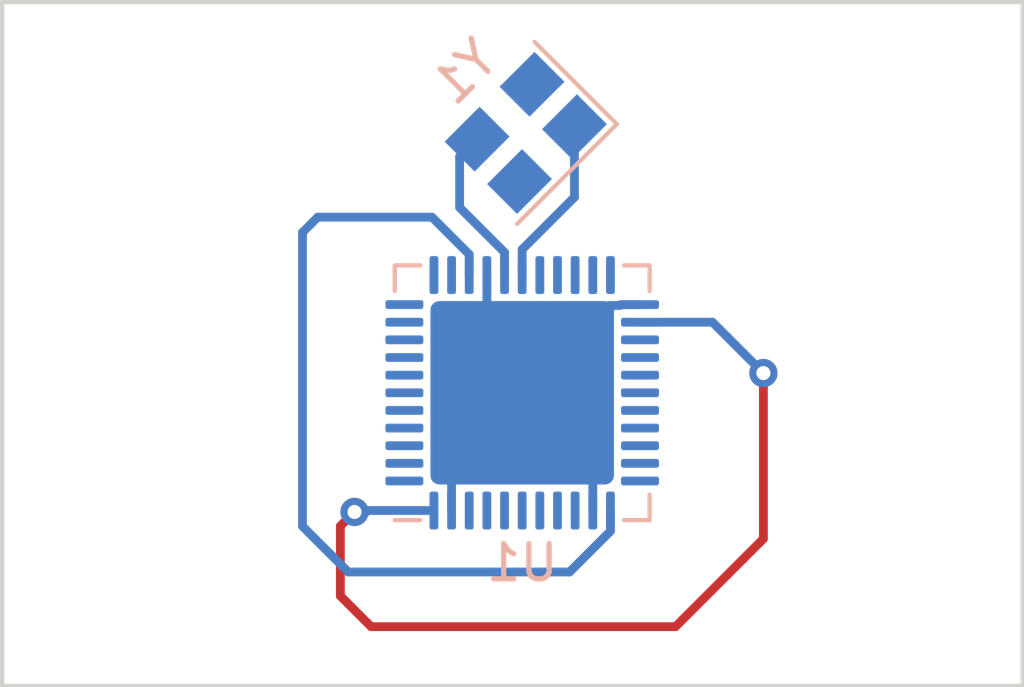
<source format=kicad_pcb>
(kicad_pcb (version 20171130) (host pcbnew "(5.1.5)-3")

  (general
    (thickness 1.6)
    (drawings 5)
    (tracks 40)
    (zones 0)
    (modules 2)
    (nets 6)
  )

  (page A4)
  (layers
    (0 F.Cu signal)
    (31 B.Cu signal)
    (32 B.Adhes user)
    (33 F.Adhes user)
    (34 B.Paste user)
    (35 F.Paste user)
    (36 B.SilkS user)
    (37 F.SilkS user)
    (38 B.Mask user)
    (39 F.Mask user)
    (40 Dwgs.User user)
    (41 Cmts.User user)
    (42 Eco1.User user)
    (43 Eco2.User user)
    (44 Edge.Cuts user)
    (45 Margin user)
    (46 B.CrtYd user)
    (47 F.CrtYd user)
    (48 B.Fab user)
    (49 F.Fab user)
  )

  (setup
    (last_trace_width 0.25)
    (trace_clearance 0.2)
    (zone_clearance 0.508)
    (zone_45_only no)
    (trace_min 0.2)
    (via_size 0.8)
    (via_drill 0.4)
    (via_min_size 0.4)
    (via_min_drill 0.3)
    (uvia_size 0.3)
    (uvia_drill 0.1)
    (uvias_allowed no)
    (uvia_min_size 0.2)
    (uvia_min_drill 0.1)
    (edge_width 0.05)
    (segment_width 0.2)
    (pcb_text_width 0.3)
    (pcb_text_size 1.5 1.5)
    (mod_edge_width 0.12)
    (mod_text_size 1 1)
    (mod_text_width 0.15)
    (pad_size 1.524 1.524)
    (pad_drill 0.762)
    (pad_to_mask_clearance 0.051)
    (solder_mask_min_width 0.25)
    (aux_axis_origin 0 0)
    (visible_elements FFFFFF7F)
    (pcbplotparams
      (layerselection 0x010fc_ffffffff)
      (usegerberextensions false)
      (usegerberattributes false)
      (usegerberadvancedattributes false)
      (creategerberjobfile false)
      (excludeedgelayer true)
      (linewidth 0.100000)
      (plotframeref false)
      (viasonmask false)
      (mode 1)
      (useauxorigin false)
      (hpglpennumber 1)
      (hpglpenspeed 20)
      (hpglpendiameter 15.000000)
      (psnegative false)
      (psa4output false)
      (plotreference true)
      (plotvalue true)
      (plotinvisibletext false)
      (padsonsilk false)
      (subtractmaskfromsilk false)
      (outputformat 1)
      (mirror false)
      (drillshape 0)
      (scaleselection 1)
      (outputdirectory ""))
  )

  (net 0 "")
  (net 1 "Net-(U1-Pad24)")
  (net 2 "Net-(U1-Pad15)")
  (net 3 "Net-(U1-Pad14)")
  (net 4 "Net-(U1-Pad17)")
  (net 5 "Net-(U1-Pad16)")

  (net_class Default "This is the default net class."
    (clearance 0.2)
    (trace_width 0.25)
    (via_dia 0.8)
    (via_drill 0.4)
    (uvia_dia 0.3)
    (uvia_drill 0.1)
    (add_net "Net-(U1-Pad14)")
    (add_net "Net-(U1-Pad15)")
    (add_net "Net-(U1-Pad16)")
    (add_net "Net-(U1-Pad17)")
    (add_net "Net-(U1-Pad24)")
  )

  (module random-keyboard-parts:Crystal_SMD_3225-4Pin_3.2x2.5mm (layer B.Cu) (tedit 5A0FD1B2) (tstamp 5F6E6408)
    (at 219.2528 88.519 225)
    (descr "SMD Crystal SERIES SMD3225/4 http://www.txccrystal.com/images/pdf/7m-accuracy.pdf, 3.2x2.5mm^2 package")
    (tags "SMD SMT crystal")
    (path /5F6E1C34)
    (attr smd)
    (fp_text reference Y1 (at 0 2.45 225) (layer B.SilkS)
      (effects (font (size 1 1) (thickness 0.15)) (justify mirror))
    )
    (fp_text value Crystal_GND24 (at 0 -2.45 225) (layer B.Fab)
      (effects (font (size 1 1) (thickness 0.15)) (justify mirror))
    )
    (fp_line (start 2.1 1.7) (end -2.1 1.7) (layer B.CrtYd) (width 0.05))
    (fp_line (start 2.1 -1.7) (end 2.1 1.7) (layer B.CrtYd) (width 0.05))
    (fp_line (start -2.1 -1.7) (end 2.1 -1.7) (layer B.CrtYd) (width 0.05))
    (fp_line (start -2.1 1.7) (end -2.1 -1.7) (layer B.CrtYd) (width 0.05))
    (fp_line (start -2 -1.65) (end 2 -1.65) (layer B.SilkS) (width 0.12))
    (fp_line (start -2 1.65) (end -2 -1.65) (layer B.SilkS) (width 0.12))
    (fp_line (start -1.6 -0.25) (end -0.6 -1.25) (layer B.Fab) (width 0.1))
    (fp_line (start 1.6 1.25) (end -1.6 1.25) (layer B.Fab) (width 0.1))
    (fp_line (start 1.6 -1.25) (end 1.6 1.25) (layer B.Fab) (width 0.1))
    (fp_line (start -1.6 -1.25) (end 1.6 -1.25) (layer B.Fab) (width 0.1))
    (fp_line (start -1.6 1.25) (end -1.6 -1.25) (layer B.Fab) (width 0.1))
    (fp_text user %R (at 0 0 225) (layer B.Fab)
      (effects (font (size 0.7 0.7) (thickness 0.105)) (justify mirror))
    )
    (pad 4 smd rect (at -1.1 0.85 225) (size 1.4 1.2) (layers B.Cu B.Paste B.Mask))
    (pad 3 smd rect (at 1.1 0.85 225) (size 1.4 1.2) (layers B.Cu B.Paste B.Mask)
      (net 5 "Net-(U1-Pad16)"))
    (pad 2 smd rect (at 1.1 -0.85 225) (size 1.4 1.2) (layers B.Cu B.Paste B.Mask))
    (pad 1 smd rect (at -1.1 -0.85 225) (size 1.4 1.2) (layers B.Cu B.Paste B.Mask)
      (net 4 "Net-(U1-Pad17)"))
    (model ${KISYS3DMOD}/Crystal.3dshapes/Crystal_SMD_3225-4Pin_3.2x2.5mm.wrl
      (at (xyz 0 0 0))
      (scale (xyz 1 1 1))
      (rotate (xyz 0 0 0))
    )
  )

  (module Package_DFN_QFN:QFN-44-1EP_7x7mm_P0.5mm_EP5.2x5.2mm (layer B.Cu) (tedit 5C26A111) (tstamp 5F6E63F4)
    (at 219.1512 95.885)
    (descr "QFN, 44 Pin (http://ww1.microchip.com/downloads/en/DeviceDoc/2512S.pdf#page=17), generated with kicad-footprint-generator ipc_dfn_qfn_generator.py")
    (tags "QFN DFN_QFN")
    (path /5F6E0F12)
    (attr smd)
    (fp_text reference U1 (at 0 4.82) (layer B.SilkS)
      (effects (font (size 1 1) (thickness 0.15)) (justify mirror))
    )
    (fp_text value ATmega32U4-MU (at 0 -4.82) (layer B.Fab)
      (effects (font (size 1 1) (thickness 0.15)) (justify mirror))
    )
    (fp_text user %R (at 0 0) (layer B.Fab)
      (effects (font (size 1 1) (thickness 0.15)) (justify mirror))
    )
    (fp_line (start 4.12 4.12) (end -4.12 4.12) (layer B.CrtYd) (width 0.05))
    (fp_line (start 4.12 -4.12) (end 4.12 4.12) (layer B.CrtYd) (width 0.05))
    (fp_line (start -4.12 -4.12) (end 4.12 -4.12) (layer B.CrtYd) (width 0.05))
    (fp_line (start -4.12 4.12) (end -4.12 -4.12) (layer B.CrtYd) (width 0.05))
    (fp_line (start -3.5 2.5) (end -2.5 3.5) (layer B.Fab) (width 0.1))
    (fp_line (start -3.5 -3.5) (end -3.5 2.5) (layer B.Fab) (width 0.1))
    (fp_line (start 3.5 -3.5) (end -3.5 -3.5) (layer B.Fab) (width 0.1))
    (fp_line (start 3.5 3.5) (end 3.5 -3.5) (layer B.Fab) (width 0.1))
    (fp_line (start -2.5 3.5) (end 3.5 3.5) (layer B.Fab) (width 0.1))
    (fp_line (start -2.885 3.61) (end -3.61 3.61) (layer B.SilkS) (width 0.12))
    (fp_line (start 3.61 -3.61) (end 3.61 -2.885) (layer B.SilkS) (width 0.12))
    (fp_line (start 2.885 -3.61) (end 3.61 -3.61) (layer B.SilkS) (width 0.12))
    (fp_line (start -3.61 -3.61) (end -3.61 -2.885) (layer B.SilkS) (width 0.12))
    (fp_line (start -2.885 -3.61) (end -3.61 -3.61) (layer B.SilkS) (width 0.12))
    (fp_line (start 3.61 3.61) (end 3.61 2.885) (layer B.SilkS) (width 0.12))
    (fp_line (start 2.885 3.61) (end 3.61 3.61) (layer B.SilkS) (width 0.12))
    (pad 44 smd roundrect (at -2.5 3.3375) (size 0.25 1.075) (layers B.Cu B.Paste B.Mask) (roundrect_rratio 0.25)
      (net 1 "Net-(U1-Pad24)"))
    (pad 43 smd roundrect (at -2 3.3375) (size 0.25 1.075) (layers B.Cu B.Paste B.Mask) (roundrect_rratio 0.25)
      (net 2 "Net-(U1-Pad15)"))
    (pad 42 smd roundrect (at -1.5 3.3375) (size 0.25 1.075) (layers B.Cu B.Paste B.Mask) (roundrect_rratio 0.25))
    (pad 41 smd roundrect (at -1 3.3375) (size 0.25 1.075) (layers B.Cu B.Paste B.Mask) (roundrect_rratio 0.25))
    (pad 40 smd roundrect (at -0.5 3.3375) (size 0.25 1.075) (layers B.Cu B.Paste B.Mask) (roundrect_rratio 0.25))
    (pad 39 smd roundrect (at 0 3.3375) (size 0.25 1.075) (layers B.Cu B.Paste B.Mask) (roundrect_rratio 0.25))
    (pad 38 smd roundrect (at 0.5 3.3375) (size 0.25 1.075) (layers B.Cu B.Paste B.Mask) (roundrect_rratio 0.25))
    (pad 37 smd roundrect (at 1 3.3375) (size 0.25 1.075) (layers B.Cu B.Paste B.Mask) (roundrect_rratio 0.25))
    (pad 36 smd roundrect (at 1.5 3.3375) (size 0.25 1.075) (layers B.Cu B.Paste B.Mask) (roundrect_rratio 0.25))
    (pad 35 smd roundrect (at 2 3.3375) (size 0.25 1.075) (layers B.Cu B.Paste B.Mask) (roundrect_rratio 0.25)
      (net 2 "Net-(U1-Pad15)"))
    (pad 34 smd roundrect (at 2.5 3.3375) (size 0.25 1.075) (layers B.Cu B.Paste B.Mask) (roundrect_rratio 0.25)
      (net 3 "Net-(U1-Pad14)"))
    (pad 33 smd roundrect (at 3.3375 2.5) (size 1.075 0.25) (layers B.Cu B.Paste B.Mask) (roundrect_rratio 0.25))
    (pad 32 smd roundrect (at 3.3375 2) (size 1.075 0.25) (layers B.Cu B.Paste B.Mask) (roundrect_rratio 0.25))
    (pad 31 smd roundrect (at 3.3375 1.5) (size 1.075 0.25) (layers B.Cu B.Paste B.Mask) (roundrect_rratio 0.25))
    (pad 30 smd roundrect (at 3.3375 1) (size 1.075 0.25) (layers B.Cu B.Paste B.Mask) (roundrect_rratio 0.25))
    (pad 29 smd roundrect (at 3.3375 0.5) (size 1.075 0.25) (layers B.Cu B.Paste B.Mask) (roundrect_rratio 0.25))
    (pad 28 smd roundrect (at 3.3375 0) (size 1.075 0.25) (layers B.Cu B.Paste B.Mask) (roundrect_rratio 0.25))
    (pad 27 smd roundrect (at 3.3375 -0.5) (size 1.075 0.25) (layers B.Cu B.Paste B.Mask) (roundrect_rratio 0.25))
    (pad 26 smd roundrect (at 3.3375 -1) (size 1.075 0.25) (layers B.Cu B.Paste B.Mask) (roundrect_rratio 0.25))
    (pad 25 smd roundrect (at 3.3375 -1.5) (size 1.075 0.25) (layers B.Cu B.Paste B.Mask) (roundrect_rratio 0.25))
    (pad 24 smd roundrect (at 3.3375 -2) (size 1.075 0.25) (layers B.Cu B.Paste B.Mask) (roundrect_rratio 0.25)
      (net 1 "Net-(U1-Pad24)"))
    (pad 23 smd roundrect (at 3.3375 -2.5) (size 1.075 0.25) (layers B.Cu B.Paste B.Mask) (roundrect_rratio 0.25)
      (net 2 "Net-(U1-Pad15)"))
    (pad 22 smd roundrect (at 2.5 -3.3375) (size 0.25 1.075) (layers B.Cu B.Paste B.Mask) (roundrect_rratio 0.25))
    (pad 21 smd roundrect (at 2 -3.3375) (size 0.25 1.075) (layers B.Cu B.Paste B.Mask) (roundrect_rratio 0.25))
    (pad 20 smd roundrect (at 1.5 -3.3375) (size 0.25 1.075) (layers B.Cu B.Paste B.Mask) (roundrect_rratio 0.25))
    (pad 19 smd roundrect (at 1 -3.3375) (size 0.25 1.075) (layers B.Cu B.Paste B.Mask) (roundrect_rratio 0.25))
    (pad 18 smd roundrect (at 0.5 -3.3375) (size 0.25 1.075) (layers B.Cu B.Paste B.Mask) (roundrect_rratio 0.25))
    (pad 17 smd roundrect (at 0 -3.3375) (size 0.25 1.075) (layers B.Cu B.Paste B.Mask) (roundrect_rratio 0.25)
      (net 4 "Net-(U1-Pad17)"))
    (pad 16 smd roundrect (at -0.5 -3.3375) (size 0.25 1.075) (layers B.Cu B.Paste B.Mask) (roundrect_rratio 0.25)
      (net 5 "Net-(U1-Pad16)"))
    (pad 15 smd roundrect (at -1 -3.3375) (size 0.25 1.075) (layers B.Cu B.Paste B.Mask) (roundrect_rratio 0.25)
      (net 2 "Net-(U1-Pad15)"))
    (pad 14 smd roundrect (at -1.5 -3.3375) (size 0.25 1.075) (layers B.Cu B.Paste B.Mask) (roundrect_rratio 0.25)
      (net 3 "Net-(U1-Pad14)"))
    (pad 13 smd roundrect (at -2 -3.3375) (size 0.25 1.075) (layers B.Cu B.Paste B.Mask) (roundrect_rratio 0.25))
    (pad 12 smd roundrect (at -2.5 -3.3375) (size 0.25 1.075) (layers B.Cu B.Paste B.Mask) (roundrect_rratio 0.25))
    (pad 11 smd roundrect (at -3.3375 -2.5) (size 1.075 0.25) (layers B.Cu B.Paste B.Mask) (roundrect_rratio 0.25))
    (pad 10 smd roundrect (at -3.3375 -2) (size 1.075 0.25) (layers B.Cu B.Paste B.Mask) (roundrect_rratio 0.25))
    (pad 9 smd roundrect (at -3.3375 -1.5) (size 1.075 0.25) (layers B.Cu B.Paste B.Mask) (roundrect_rratio 0.25))
    (pad 8 smd roundrect (at -3.3375 -1) (size 1.075 0.25) (layers B.Cu B.Paste B.Mask) (roundrect_rratio 0.25))
    (pad 7 smd roundrect (at -3.3375 -0.5) (size 1.075 0.25) (layers B.Cu B.Paste B.Mask) (roundrect_rratio 0.25))
    (pad 6 smd roundrect (at -3.3375 0) (size 1.075 0.25) (layers B.Cu B.Paste B.Mask) (roundrect_rratio 0.25))
    (pad 5 smd roundrect (at -3.3375 0.5) (size 1.075 0.25) (layers B.Cu B.Paste B.Mask) (roundrect_rratio 0.25))
    (pad 4 smd roundrect (at -3.3375 1) (size 1.075 0.25) (layers B.Cu B.Paste B.Mask) (roundrect_rratio 0.25))
    (pad 3 smd roundrect (at -3.3375 1.5) (size 1.075 0.25) (layers B.Cu B.Paste B.Mask) (roundrect_rratio 0.25))
    (pad 2 smd roundrect (at -3.3375 2) (size 1.075 0.25) (layers B.Cu B.Paste B.Mask) (roundrect_rratio 0.25))
    (pad 1 smd roundrect (at -3.3375 2.5) (size 1.075 0.25) (layers B.Cu B.Paste B.Mask) (roundrect_rratio 0.25))
    (pad "" smd roundrect (at 1.95 -1.95) (size 1.05 1.05) (layers B.Paste) (roundrect_rratio 0.238095))
    (pad "" smd roundrect (at 1.95 -0.65) (size 1.05 1.05) (layers B.Paste) (roundrect_rratio 0.238095))
    (pad "" smd roundrect (at 1.95 0.65) (size 1.05 1.05) (layers B.Paste) (roundrect_rratio 0.238095))
    (pad "" smd roundrect (at 1.95 1.95) (size 1.05 1.05) (layers B.Paste) (roundrect_rratio 0.238095))
    (pad "" smd roundrect (at 0.65 -1.95) (size 1.05 1.05) (layers B.Paste) (roundrect_rratio 0.238095))
    (pad "" smd roundrect (at 0.65 -0.65) (size 1.05 1.05) (layers B.Paste) (roundrect_rratio 0.238095))
    (pad "" smd roundrect (at 0.65 0.65) (size 1.05 1.05) (layers B.Paste) (roundrect_rratio 0.238095))
    (pad "" smd roundrect (at 0.65 1.95) (size 1.05 1.05) (layers B.Paste) (roundrect_rratio 0.238095))
    (pad "" smd roundrect (at -0.65 -1.95) (size 1.05 1.05) (layers B.Paste) (roundrect_rratio 0.238095))
    (pad "" smd roundrect (at -0.65 -0.65) (size 1.05 1.05) (layers B.Paste) (roundrect_rratio 0.238095))
    (pad "" smd roundrect (at -0.65 0.65) (size 1.05 1.05) (layers B.Paste) (roundrect_rratio 0.238095))
    (pad "" smd roundrect (at -0.65 1.95) (size 1.05 1.05) (layers B.Paste) (roundrect_rratio 0.238095))
    (pad "" smd roundrect (at -1.95 -1.95) (size 1.05 1.05) (layers B.Paste) (roundrect_rratio 0.238095))
    (pad "" smd roundrect (at -1.95 -0.65) (size 1.05 1.05) (layers B.Paste) (roundrect_rratio 0.238095))
    (pad "" smd roundrect (at -1.95 0.65) (size 1.05 1.05) (layers B.Paste) (roundrect_rratio 0.238095))
    (pad "" smd roundrect (at -1.95 1.95) (size 1.05 1.05) (layers B.Paste) (roundrect_rratio 0.238095))
    (pad 45 smd roundrect (at 0 0) (size 5.2 5.2) (layers B.Cu B.Mask) (roundrect_rratio 0.048077)
      (net 2 "Net-(U1-Pad15)"))
    (model ${KISYS3DMOD}/Package_DFN_QFN.3dshapes/QFN-44-1EP_7x7mm_P0.5mm_EP5.2x5.2mm.wrl
      (at (xyz 0 0 0))
      (scale (xyz 1 1 1))
      (rotate (xyz 0 0 0))
    )
  )

  (gr_line (start 204.4192 84.8106) (end 204.6986 84.8106) (layer Edge.Cuts) (width 0.12) (tstamp 5F6E6C2D))
  (gr_line (start 204.4192 104.1908) (end 204.4192 84.8106) (layer Edge.Cuts) (width 0.12))
  (gr_line (start 233.3244 104.1908) (end 204.4192 104.1908) (layer Edge.Cuts) (width 0.12))
  (gr_line (start 233.3244 84.8106) (end 233.3244 104.1908) (layer Edge.Cuts) (width 0.12))
  (gr_line (start 204.6986 84.8106) (end 233.3244 84.8106) (layer Edge.Cuts) (width 0.12))

  (segment (start 216.6512 99.2225) (end 214.7723 99.2225) (width 0.25) (layer B.Cu) (net 1))
  (via (at 214.4014 99.2632) (size 0.8) (drill 0.4) (layers F.Cu B.Cu) (net 1))
  (segment (start 214.7723 99.2225) (end 214.7316 99.2632) (width 0.25) (layer B.Cu) (net 1))
  (segment (start 214.7316 99.2632) (end 214.4014 99.2632) (width 0.25) (layer B.Cu) (net 1))
  (segment (start 214.001401 99.663199) (end 214.001401 101.644399) (width 0.25) (layer F.Cu) (net 1))
  (segment (start 214.4014 99.2632) (end 214.001401 99.663199) (width 0.25) (layer F.Cu) (net 1))
  (segment (start 214.001401 101.644399) (end 214.871402 102.5144) (width 0.25) (layer F.Cu) (net 1))
  (segment (start 214.871402 102.5144) (end 223.4946 102.5144) (width 0.25) (layer F.Cu) (net 1))
  (via (at 225.9838 95.3262) (size 0.8) (drill 0.4) (layers F.Cu B.Cu) (net 1))
  (segment (start 223.4946 102.5144) (end 225.9838 100.0252) (width 0.25) (layer F.Cu) (net 1))
  (segment (start 225.9838 100.0252) (end 225.9838 95.3262) (width 0.25) (layer F.Cu) (net 1))
  (segment (start 224.5426 93.885) (end 222.4887 93.885) (width 0.25) (layer B.Cu) (net 1))
  (segment (start 225.9838 95.3262) (end 224.5426 93.885) (width 0.25) (layer B.Cu) (net 1))
  (segment (start 221.62619 93.41001) (end 219.1512 95.885) (width 0.25) (layer B.Cu) (net 2))
  (segment (start 221.92619 93.41001) (end 221.62619 93.41001) (width 0.25) (layer B.Cu) (net 2))
  (segment (start 221.9512 93.385) (end 221.92619 93.41001) (width 0.25) (layer B.Cu) (net 2))
  (segment (start 222.4887 93.385) (end 221.9512 93.385) (width 0.25) (layer B.Cu) (net 2))
  (segment (start 218.1512 94.885) (end 219.1512 95.885) (width 0.25) (layer B.Cu) (net 2))
  (segment (start 218.1512 92.5475) (end 218.1512 94.885) (width 0.25) (layer B.Cu) (net 2))
  (segment (start 221.1512 97.885) (end 219.1512 95.885) (width 0.25) (layer B.Cu) (net 2))
  (segment (start 221.1512 99.2225) (end 221.1512 97.885) (width 0.25) (layer B.Cu) (net 2))
  (segment (start 217.1512 97.885) (end 219.1512 95.885) (width 0.25) (layer B.Cu) (net 2))
  (segment (start 217.1512 99.2225) (end 217.1512 97.885) (width 0.25) (layer B.Cu) (net 2))
  (segment (start 217.6512 91.961978) (end 216.595822 90.9066) (width 0.25) (layer B.Cu) (net 3))
  (segment (start 217.6512 92.5475) (end 217.6512 91.961978) (width 0.25) (layer B.Cu) (net 3))
  (segment (start 216.595822 90.9066) (end 213.36 90.9066) (width 0.25) (layer B.Cu) (net 3))
  (segment (start 213.36 90.9066) (end 212.9282 91.3384) (width 0.25) (layer B.Cu) (net 3))
  (segment (start 212.9282 91.3384) (end 212.9282 99.6696) (width 0.25) (layer B.Cu) (net 3))
  (segment (start 212.9282 99.6696) (end 214.2236 100.965) (width 0.25) (layer B.Cu) (net 3))
  (segment (start 221.6512 99.76) (end 221.6512 99.2225) (width 0.25) (layer B.Cu) (net 3))
  (segment (start 221.6512 99.808022) (end 221.6512 99.76) (width 0.25) (layer B.Cu) (net 3))
  (segment (start 220.494222 100.965) (end 221.6512 99.808022) (width 0.25) (layer B.Cu) (net 3))
  (segment (start 214.2236 100.965) (end 220.494222 100.965) (width 0.25) (layer B.Cu) (net 3))
  (segment (start 220.631658 88.342223) (end 220.631658 90.340542) (width 0.25) (layer B.Cu) (net 4))
  (segment (start 219.1512 91.821) (end 219.1512 92.5475) (width 0.25) (layer B.Cu) (net 4))
  (segment (start 220.631658 90.340542) (end 219.1512 91.821) (width 0.25) (layer B.Cu) (net 4))
  (segment (start 217.378967 89.190752) (end 217.378967 90.632967) (width 0.25) (layer B.Cu) (net 5))
  (segment (start 217.873942 88.695777) (end 217.378967 89.190752) (width 0.25) (layer B.Cu) (net 5))
  (segment (start 218.6512 91.9052) (end 218.6512 92.5475) (width 0.25) (layer B.Cu) (net 5))
  (segment (start 217.378967 90.632967) (end 218.6512 91.9052) (width 0.25) (layer B.Cu) (net 5))

)

</source>
